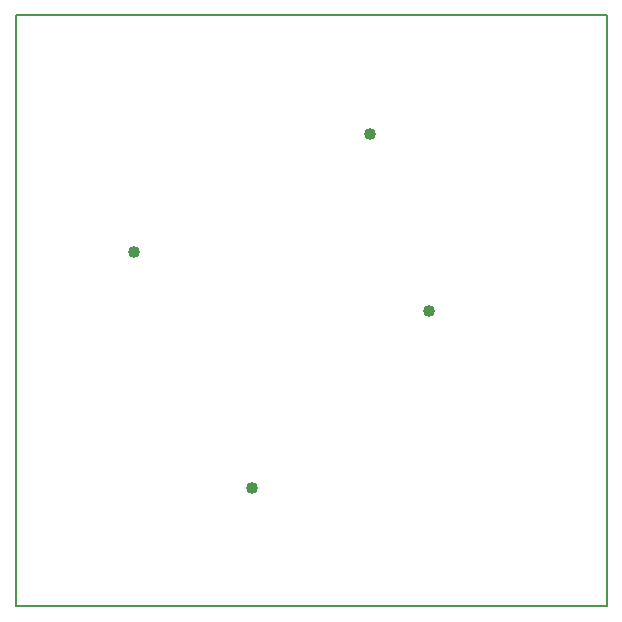
<source format=gbr>
G04 PROTEUS RS274X GERBER FILE*
%FSLAX45Y45*%
%MOMM*%
G01*
%ADD10C,1.016000*%
%ADD11C,0.203200*%
D10*
X+1000000Y+3000000D03*
X+3500000Y+2500000D03*
X+3000000Y+4000000D03*
X+2000000Y+1000000D03*
D11*
X+0Y+0D02*
X+5000000Y+0D01*
X+5000000Y+5000000D01*
X+0Y+5000000D01*
X+0Y+0D01*
M02*

</source>
